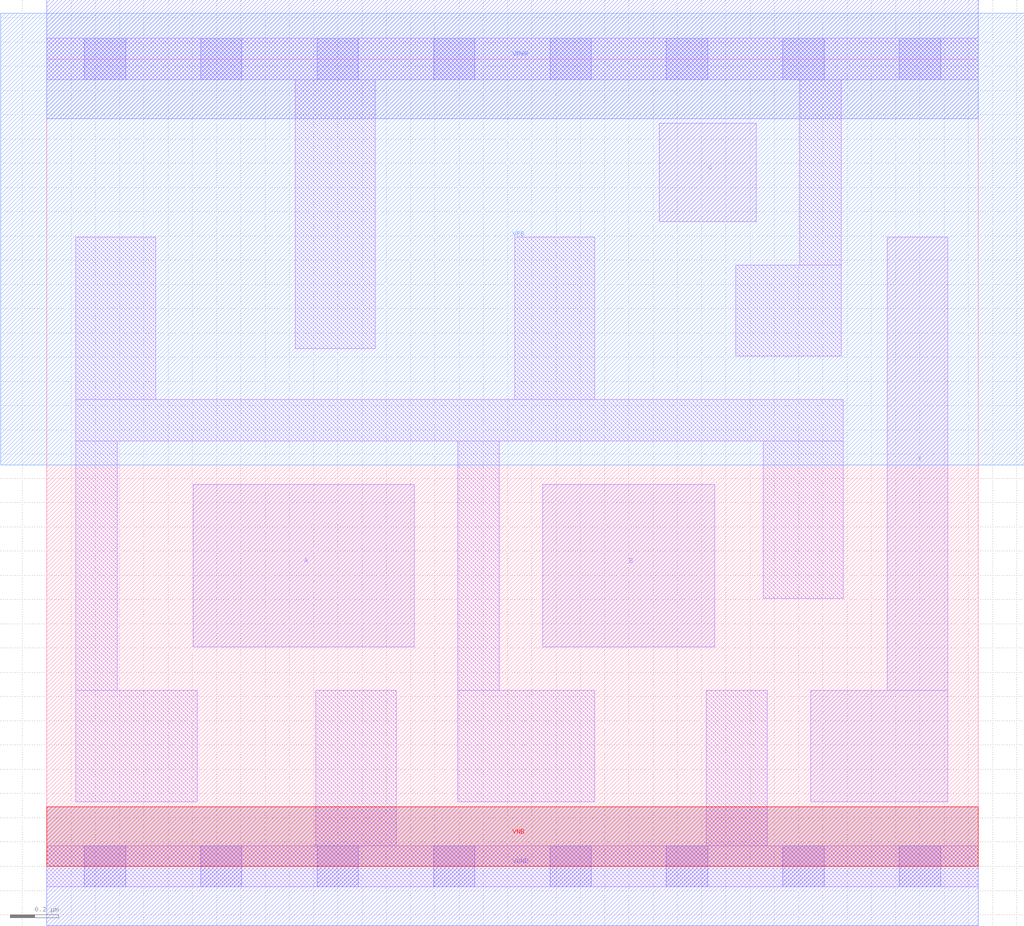
<source format=lef>
# Copyright 2020 The SkyWater PDK Authors
#
# Licensed under the Apache License, Version 2.0 (the "License");
# you may not use this file except in compliance with the License.
# You may obtain a copy of the License at
#
#     https://www.apache.org/licenses/LICENSE-2.0
#
# Unless required by applicable law or agreed to in writing, software
# distributed under the License is distributed on an "AS IS" BASIS,
# WITHOUT WARRANTIES OR CONDITIONS OF ANY KIND, either express or implied.
# See the License for the specific language governing permissions and
# limitations under the License.
#
# SPDX-License-Identifier: Apache-2.0

VERSION 5.7 ;
  NOWIREEXTENSIONATPIN ON ;
  DIVIDERCHAR "/" ;
  BUSBITCHARS "[]" ;
MACRO sky130_fd_sc_lp__maj3_0
  CLASS CORE ;
  FOREIGN sky130_fd_sc_lp__maj3_0 ;
  ORIGIN  0.000000  0.000000 ;
  SIZE  3.840000 BY  3.330000 ;
  SYMMETRY X Y R90 ;
  SITE unit ;
  PIN A
    ANTENNAGATEAREA  0.252000 ;
    DIRECTION INPUT ;
    USE SIGNAL ;
    PORT
      LAYER li1 ;
        RECT 0.605000 0.905000 1.515000 1.575000 ;
    END
  END A
  PIN B
    ANTENNAGATEAREA  0.252000 ;
    DIRECTION INPUT ;
    USE SIGNAL ;
    PORT
      LAYER li1 ;
        RECT 2.045000 0.905000 2.755000 1.575000 ;
    END
  END B
  PIN C
    ANTENNAGATEAREA  0.252000 ;
    DIRECTION INPUT ;
    USE SIGNAL ;
    PORT
      LAYER li1 ;
        RECT 2.525000 2.660000 2.925000 3.065000 ;
    END
  END C
  PIN X
    ANTENNADIFFAREA  0.375700 ;
    DIRECTION OUTPUT ;
    USE SIGNAL ;
    PORT
      LAYER li1 ;
        RECT 3.150000 0.265000 3.715000 0.725000 ;
        RECT 3.465000 0.725000 3.715000 2.595000 ;
    END
  END X
  PIN VGND
    DIRECTION INOUT ;
    USE GROUND ;
    PORT
      LAYER met1 ;
        RECT 0.000000 -0.245000 3.840000 0.245000 ;
    END
  END VGND
  PIN VNB
    DIRECTION INOUT ;
    USE GROUND ;
    PORT
      LAYER pwell ;
        RECT 0.000000 0.000000 3.840000 0.245000 ;
    END
  END VNB
  PIN VPB
    DIRECTION INOUT ;
    USE POWER ;
    PORT
      LAYER nwell ;
        RECT -0.190000 1.655000 4.030000 3.520000 ;
    END
  END VPB
  PIN VPWR
    DIRECTION INOUT ;
    USE POWER ;
    PORT
      LAYER met1 ;
        RECT 0.000000 3.085000 3.840000 3.575000 ;
    END
  END VPWR
  OBS
    LAYER li1 ;
      RECT 0.000000 -0.085000 3.840000 0.085000 ;
      RECT 0.000000  3.245000 3.840000 3.415000 ;
      RECT 0.120000  0.265000 0.620000 0.725000 ;
      RECT 0.120000  0.725000 0.290000 1.755000 ;
      RECT 0.120000  1.755000 3.285000 1.925000 ;
      RECT 0.120000  1.925000 0.450000 2.595000 ;
      RECT 1.025000  2.135000 1.355000 3.245000 ;
      RECT 1.110000  0.085000 1.440000 0.725000 ;
      RECT 1.695000  0.265000 2.260000 0.725000 ;
      RECT 1.695000  0.725000 1.865000 1.755000 ;
      RECT 1.930000  1.925000 2.260000 2.595000 ;
      RECT 2.720000  0.085000 2.970000 0.725000 ;
      RECT 2.840000  2.105000 3.275000 2.480000 ;
      RECT 2.955000  1.105000 3.285000 1.755000 ;
      RECT 3.105000  2.480000 3.275000 3.245000 ;
    LAYER mcon ;
      RECT 0.155000 -0.085000 0.325000 0.085000 ;
      RECT 0.155000  3.245000 0.325000 3.415000 ;
      RECT 0.635000 -0.085000 0.805000 0.085000 ;
      RECT 0.635000  3.245000 0.805000 3.415000 ;
      RECT 1.115000 -0.085000 1.285000 0.085000 ;
      RECT 1.115000  3.245000 1.285000 3.415000 ;
      RECT 1.595000 -0.085000 1.765000 0.085000 ;
      RECT 1.595000  3.245000 1.765000 3.415000 ;
      RECT 2.075000 -0.085000 2.245000 0.085000 ;
      RECT 2.075000  3.245000 2.245000 3.415000 ;
      RECT 2.555000 -0.085000 2.725000 0.085000 ;
      RECT 2.555000  3.245000 2.725000 3.415000 ;
      RECT 3.035000 -0.085000 3.205000 0.085000 ;
      RECT 3.035000  3.245000 3.205000 3.415000 ;
      RECT 3.515000 -0.085000 3.685000 0.085000 ;
      RECT 3.515000  3.245000 3.685000 3.415000 ;
  END
END sky130_fd_sc_lp__maj3_0
END LIBRARY

</source>
